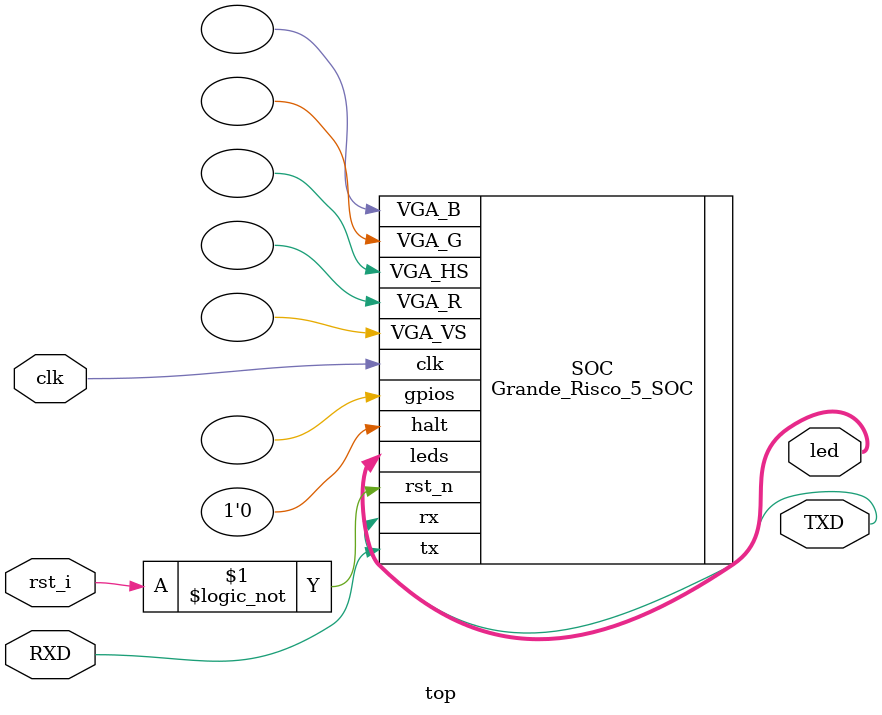
<source format=sv>
module top (
    input  logic clk,
    input  logic rst_i,

    output logic TXD,
    input  logic RXD,

    output logic [5:0]led
);

Grande_Risco_5_SOC #(
    .CLOCK_FREQ             (25000000),
    .BAUD_RATE              (115200),
    .MEMORY_SIZE            (4096),
    .MEMORY_FILE            ("../../verification_tests/memory/led_test2.hex"),
    .GPIO_WIDTH             (6),
    .UART_BUFFER_SIZE       (16),
    .I_CACHE_SIZE           (72),
    .D_CACHE_SIZE           (72),
    .BRANCH_PREDICTION_SIZE (64),
    .VGA_WIDTH              (640),
    .VGA_HEIGHT             (480),
    .VGA_COLOR_DEPTH        (4),
    .LEDS_WIDTH             (6)
) SOC (
    .clk    (clk),
    .rst_n  (!rst_i),
    .halt   (1'b0),
    .leds   (led),
    .rx     (TXD),
    .tx     (RXD),
    .gpios  (),
    .VGA_R  (),
    .VGA_G  (),
    .VGA_B  (),
    .VGA_HS (),
    .VGA_VS ()
);


endmodule

</source>
